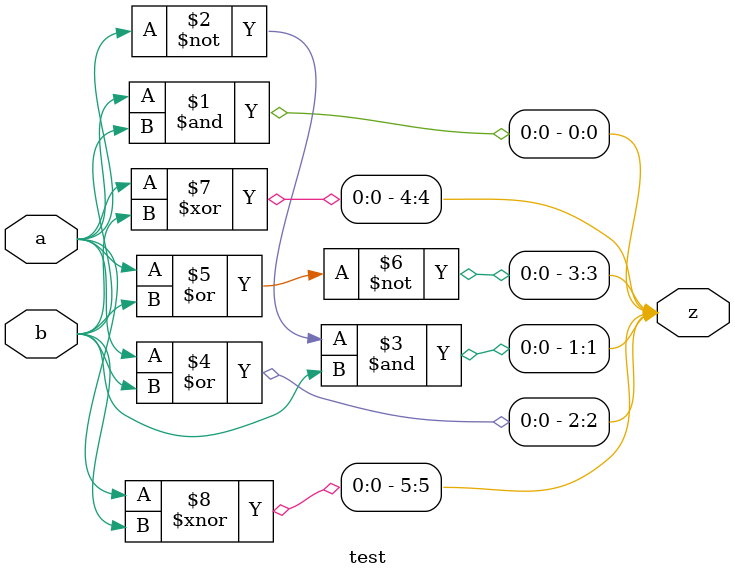
<source format=v>
`timescale 1ns / 1ps


module test(
input a,
input b,
output [5:0] z
);
assign z[0]=a&b;
assign z[1]=~a&b;
assign z[2]=a|b;
assign z[3]=~(a|b);
assign z[4]=a^b;
assign z[5]=a~^b;
endmodule
</source>
